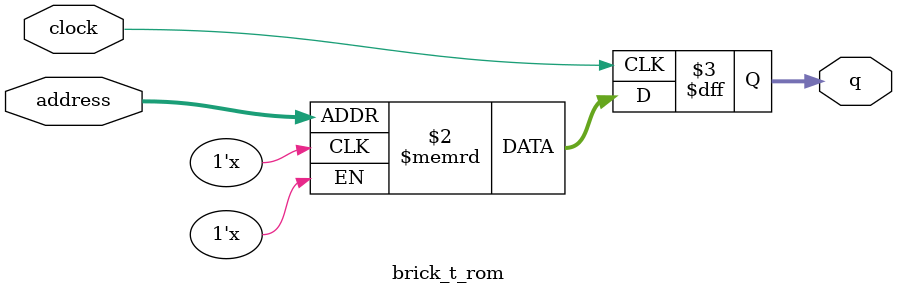
<source format=sv>
module brick_t_rom (
	input logic clock,
	input logic [13:0] address,
	output logic [1:0] q
);

logic [1:0] memory [0:13364] /* synthesis ram_init_file = "./brick_t/brick_t.COE" */;

always_ff @ (posedge clock) begin
	q <= memory[address];
end

endmodule

</source>
